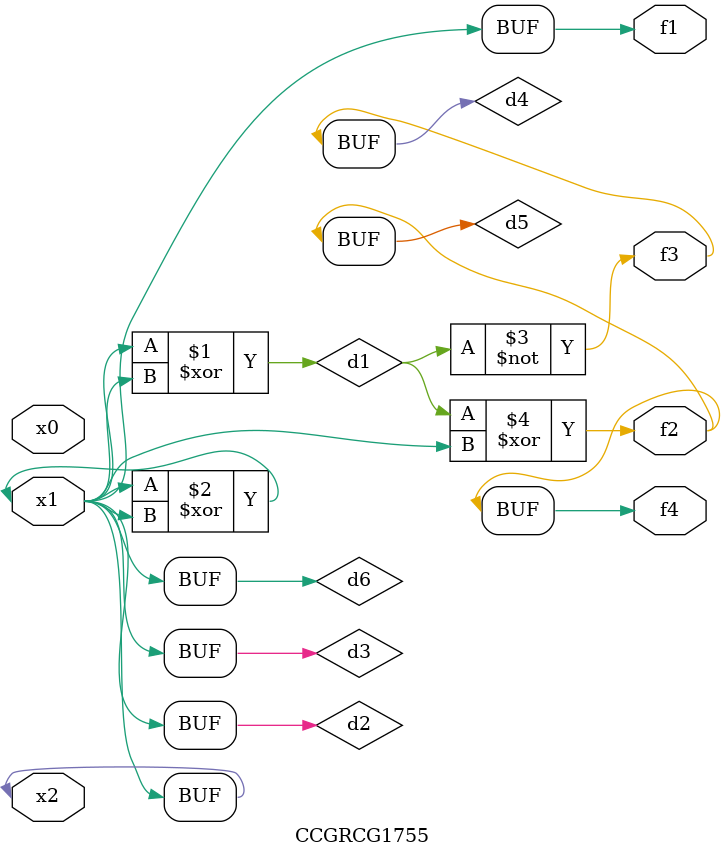
<source format=v>
module CCGRCG1755(
	input x0, x1, x2,
	output f1, f2, f3, f4
);

	wire d1, d2, d3, d4, d5, d6;

	xor (d1, x1, x2);
	buf (d2, x1, x2);
	xor (d3, x1, x2);
	nor (d4, d1);
	xor (d5, d1, d2);
	buf (d6, d2, d3);
	assign f1 = d6;
	assign f2 = d5;
	assign f3 = d4;
	assign f4 = d5;
endmodule

</source>
